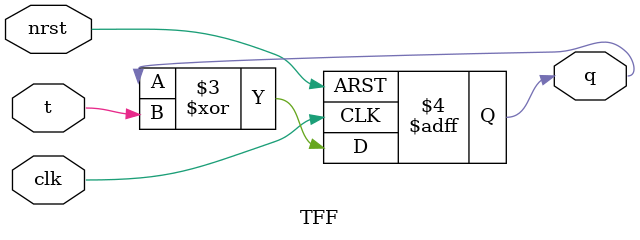
<source format=v>
/* Chen Grapel. Verilog Course Exercise 3: T-Flip Flop. Filename: TFF.v */
`timescale 1ns / 100ps// result evaluated every 1nsec with 100psec resolution

module TFF(t,nrst,clk,q);// module name and ports list

input wire t,nrst,clk;// input ports- Toggle, not-reset, clock
output reg q;// output port- q
reg d;// "inner" input port for the data 

always @(posedge clk or negedge nrst)
	begin
		if(nrst==0)
			q=0;// reset
		else
			begin// T-FF
				d = q^t;
				q = d;
			end
	end
	
endmodule

</source>
